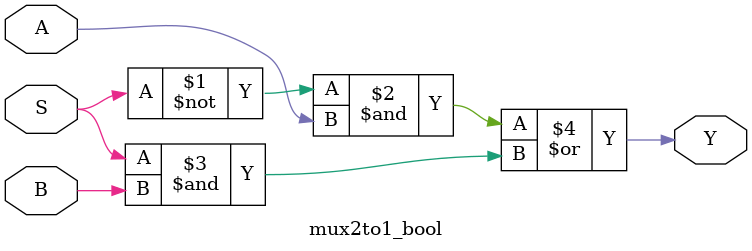
<source format=v>
module mux2to1_bool (
    input A,
    input B,
    input S,
    output Y
);
    assign Y = (~S & A) | (S & B);
endmodule


/*OUTPUT
meenakshi@meenakshi-Inspiron-3501:~/verilog/mux2to1_bool$ vvp mux2to1_bool.out
VCD info: dumpfile mux2to1_bool.vcd opened for output.
$time=0|A=0|B=0|S=0|Y=0
$time=10|A=0|B=1|S=0|Y=0
$time=20|A=1|B=0|S=0|Y=1
$time=30|A=1|B=1|S=0|Y=1
$time=40|A=0|B=0|S=1|Y=0
$time=50|A=0|B=1|S=1|Y=1
$time=60|A=1|B=0|S=1|Y=0
$time=70|A=1|B=1|S=1|Y=1
mux2to1_bool_tb.v:24: $finish called at 80 (1s)
*/

</source>
